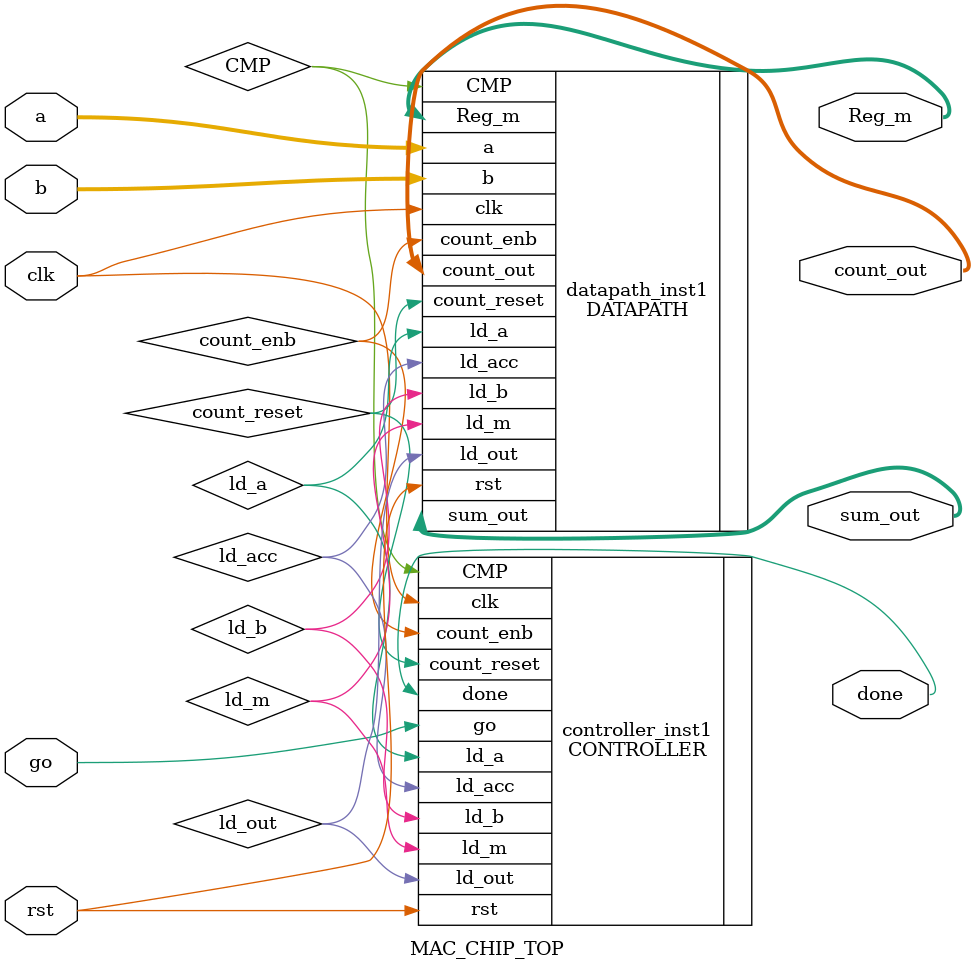
<source format=v>
`timescale 1ps/1ps
module MAC_CHIP_TOP (clk, rst ,go, a, b, sum_out, done, Reg_m, count_out);
input clk, rst, go;
input [3:0] a, b;
output [11:0]sum_out;
output done;
output [11:0] Reg_m;
output [3:0] count_out;
wire CMP, count_reset;//inputs from datapath to controller
wire ld_a,ld_b, ld_m, ld_acc, ld_out, count_enb;//output from controller to datapath 

DATAPATH datapath_inst1(.clk(clk), .rst(rst), .a(a), .b(b), .ld_a(ld_a), .ld_b(ld_b), .ld_m(ld_m), .ld_acc(ld_acc), .ld_out(ld_out), .count_enb(count_enb), .CMP(CMP),.sum_out(sum_out), .Reg_m(Reg_m), .count_out(count_out), .count_reset(count_reset));
CONTROLLER controller_inst1(.clk(clk),.rst(rst), .CMP(CMP), .go(go), .ld_a(ld_a), .ld_b(ld_b), .ld_m(ld_m), .ld_acc(ld_acc),.ld_out(ld_out), .count_enb(count_enb), .done(done), .count_reset(count_reset));
endmodule
</source>
